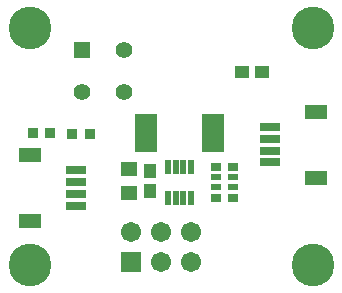
<source format=gbr>
G04 EAGLE Gerber RS-274X export*
G75*
%MOMM*%
%FSLAX34Y34*%
%LPD*%
%INSoldermask Top*%
%IPPOS*%
%AMOC8*
5,1,8,0,0,1.08239X$1,22.5*%
G01*
%ADD10R,0.501600X1.301600*%
%ADD11R,1.101600X1.201600*%
%ADD12R,1.901600X3.301600*%
%ADD13R,1.401600X1.301600*%
%ADD14R,0.901600X0.751600*%
%ADD15R,0.901600X0.601600*%
%ADD16R,1.651600X0.701600*%
%ADD17R,1.901600X1.301600*%
%ADD18R,0.901600X0.901600*%
%ADD19R,1.706600X1.706600*%
%ADD20C,1.706600*%
%ADD21R,1.409600X1.409600*%
%ADD22C,1.409600*%
%ADD23R,1.201600X1.101600*%
%ADD24C,3.617600*%


D10*
X136750Y82850D03*
X136750Y56850D03*
X130250Y82850D03*
X123750Y82850D03*
X117250Y82850D03*
X117250Y56850D03*
X123750Y56850D03*
X130250Y56850D03*
D11*
X101600Y79620D03*
X101600Y62620D03*
D12*
X99000Y111760D03*
X155000Y111760D03*
D13*
X83820Y81280D03*
X83820Y60960D03*
D14*
X172600Y82850D03*
X157600Y82850D03*
D15*
X172600Y73850D03*
X172600Y65850D03*
D14*
X172600Y56850D03*
X157600Y56850D03*
D15*
X157600Y73850D03*
X157600Y65850D03*
D16*
X203460Y96600D03*
X203460Y106600D03*
X203460Y86600D03*
X203460Y116600D03*
D17*
X242460Y73600D03*
X242460Y129600D03*
D16*
X39140Y69770D03*
X39140Y59770D03*
X39140Y79770D03*
X39140Y49770D03*
D17*
X140Y92770D03*
X140Y36770D03*
D18*
X2660Y111760D03*
X17660Y111760D03*
X50800Y110490D03*
X35560Y110490D03*
D19*
X85725Y2337D03*
D20*
X85725Y27737D03*
X111125Y2337D03*
X111125Y27737D03*
X136525Y2337D03*
X136525Y27737D03*
D21*
X44230Y181830D03*
D22*
X44230Y145830D03*
X80230Y145830D03*
X80230Y181830D03*
D23*
X180197Y162941D03*
X197197Y162941D03*
D24*
X0Y0D03*
X240000Y0D03*
X0Y200000D03*
X240000Y200000D03*
M02*

</source>
